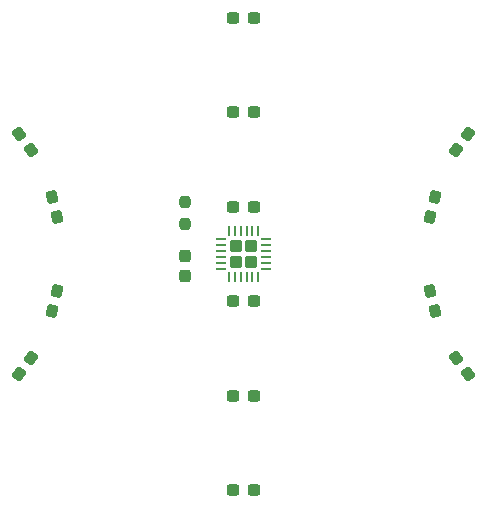
<source format=gbr>
%TF.GenerationSoftware,KiCad,Pcbnew,8.0.8*%
%TF.CreationDate,2025-02-21T18:34:30-05:00*%
%TF.ProjectId,pcb_tile_game,7063625f-7469-46c6-955f-67616d652e6b,0.1*%
%TF.SameCoordinates,Original*%
%TF.FileFunction,Paste,Top*%
%TF.FilePolarity,Positive*%
%FSLAX46Y46*%
G04 Gerber Fmt 4.6, Leading zero omitted, Abs format (unit mm)*
G04 Created by KiCad (PCBNEW 8.0.8) date 2025-02-21 18:34:30*
%MOMM*%
%LPD*%
G01*
G04 APERTURE LIST*
G04 Aperture macros list*
%AMRoundRect*
0 Rectangle with rounded corners*
0 $1 Rounding radius*
0 $2 $3 $4 $5 $6 $7 $8 $9 X,Y pos of 4 corners*
0 Add a 4 corners polygon primitive as box body*
4,1,4,$2,$3,$4,$5,$6,$7,$8,$9,$2,$3,0*
0 Add four circle primitives for the rounded corners*
1,1,$1+$1,$2,$3*
1,1,$1+$1,$4,$5*
1,1,$1+$1,$6,$7*
1,1,$1+$1,$8,$9*
0 Add four rect primitives between the rounded corners*
20,1,$1+$1,$2,$3,$4,$5,0*
20,1,$1+$1,$4,$5,$6,$7,0*
20,1,$1+$1,$6,$7,$8,$9,0*
20,1,$1+$1,$8,$9,$2,$3,0*%
G04 Aperture macros list end*
%ADD10RoundRect,0.237500X0.300000X0.237500X-0.300000X0.237500X-0.300000X-0.237500X0.300000X-0.237500X0*%
%ADD11RoundRect,0.237500X-0.307053X0.228308X-0.151762X-0.351247X0.307053X-0.228308X0.151762X0.351247X0*%
%ADD12RoundRect,0.237500X-0.237500X0.250000X-0.237500X-0.250000X0.237500X-0.250000X0.237500X0.250000X0*%
%ADD13RoundRect,0.237500X-0.002454X0.382623X-0.371851X-0.090184X0.002454X-0.382623X0.371851X0.090184X0*%
%ADD14RoundRect,0.237500X0.237500X-0.300000X0.237500X0.300000X-0.237500X0.300000X-0.237500X-0.300000X0*%
%ADD15RoundRect,0.237500X-0.371851X0.090184X-0.002454X-0.382623X0.371851X-0.090184X0.002454X0.382623X0*%
%ADD16RoundRect,0.237500X-0.151762X0.351247X-0.307053X-0.228308X0.151762X-0.351247X0.307053X0.228308X0*%
%ADD17RoundRect,0.250000X-0.275000X-0.275000X0.275000X-0.275000X0.275000X0.275000X-0.275000X0.275000X0*%
%ADD18RoundRect,0.062500X-0.350000X-0.062500X0.350000X-0.062500X0.350000X0.062500X-0.350000X0.062500X0*%
%ADD19RoundRect,0.062500X-0.062500X-0.350000X0.062500X-0.350000X0.062500X0.350000X-0.062500X0.350000X0*%
G04 APERTURE END LIST*
D10*
%TO.C,C2*%
X140922500Y-92000000D03*
X139197500Y-92000000D03*
%TD*%
D11*
%TO.C,C13*%
X123836768Y-75166889D03*
X124283232Y-76833111D03*
%TD*%
D10*
%TO.C,C3*%
X139197500Y-84000000D03*
X140922500Y-84000000D03*
%TD*%
D12*
%TO.C,R1*%
X135060000Y-75587500D03*
X135060000Y-77412500D03*
%TD*%
D13*
%TO.C,C10*%
X159091008Y-69820341D03*
X158028992Y-71179659D03*
%TD*%
D14*
%TO.C,C15*%
X135060000Y-80137500D03*
X135060000Y-81862500D03*
%TD*%
D10*
%TO.C,C5*%
X140922500Y-68000000D03*
X139197500Y-68000000D03*
%TD*%
D11*
%TO.C,C8*%
X155836769Y-83166889D03*
X156283231Y-84833111D03*
%TD*%
D10*
%TO.C,C6*%
X140922500Y-60000000D03*
X139197500Y-60000000D03*
%TD*%
D15*
%TO.C,C14*%
X121028993Y-69820340D03*
X122091007Y-71179660D03*
%TD*%
D16*
%TO.C,C12*%
X124283231Y-83166889D03*
X123836769Y-84833111D03*
%TD*%
D15*
%TO.C,C7*%
X159091008Y-90179659D03*
X158028992Y-88820341D03*
%TD*%
D10*
%TO.C,C1*%
X140922500Y-100000000D03*
X139197500Y-100000000D03*
%TD*%
D16*
%TO.C,C9*%
X156283231Y-75166889D03*
X155836769Y-76833111D03*
%TD*%
D10*
%TO.C,C4*%
X140922500Y-76000000D03*
X139197500Y-76000000D03*
%TD*%
D17*
%TO.C,U2*%
X139410000Y-79350000D03*
X139410000Y-80650000D03*
X140710000Y-79350000D03*
X140710000Y-80650000D03*
D18*
X138122500Y-78750000D03*
X138122500Y-79250000D03*
X138122500Y-79750000D03*
X138122500Y-80250000D03*
X138122500Y-80750000D03*
X138122500Y-81250000D03*
D19*
X138810000Y-81937500D03*
X139310000Y-81937500D03*
X139810000Y-81937500D03*
X140310000Y-81937500D03*
X140810000Y-81937500D03*
X141310000Y-81937500D03*
D18*
X141997500Y-81250000D03*
X141997500Y-80750000D03*
X141997500Y-80250000D03*
X141997500Y-79750000D03*
X141997500Y-79250000D03*
X141997500Y-78750000D03*
D19*
X141310000Y-78062500D03*
X140810000Y-78062500D03*
X140310000Y-78062500D03*
X139810000Y-78062500D03*
X139310000Y-78062500D03*
X138810000Y-78062500D03*
%TD*%
D13*
%TO.C,C11*%
X121028992Y-90179659D03*
X122091008Y-88820341D03*
%TD*%
M02*

</source>
